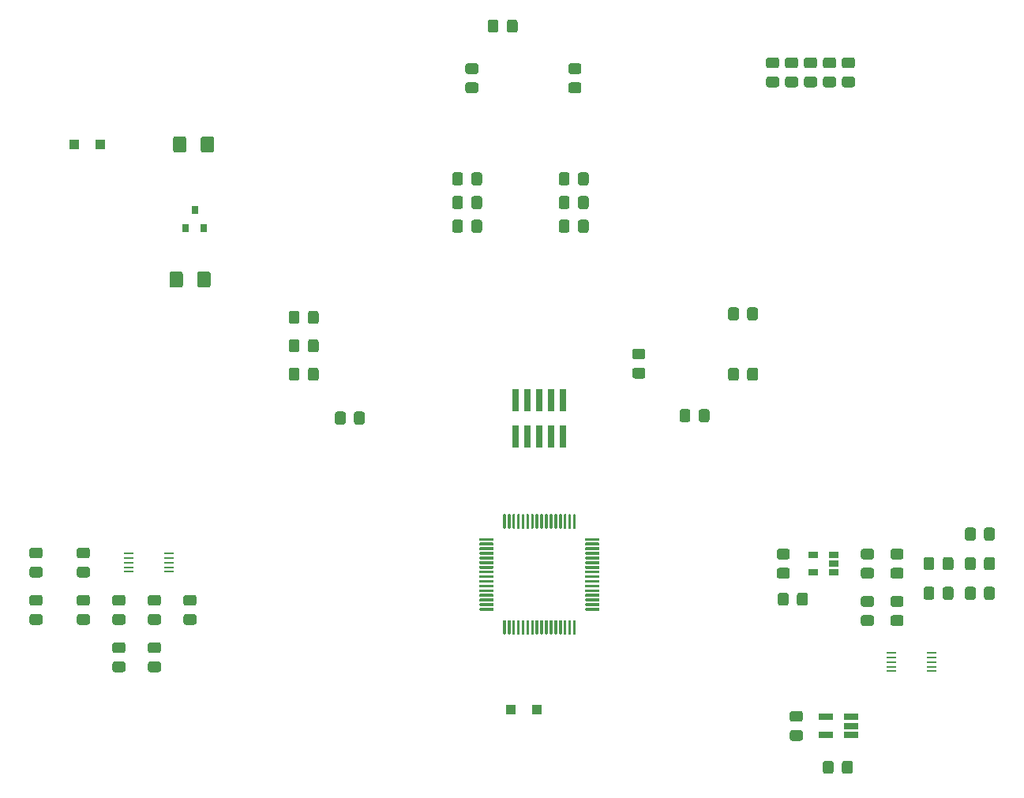
<source format=gbr>
%TF.GenerationSoftware,KiCad,Pcbnew,5.1.6-c6e7f7d~87~ubuntu18.04.1*%
%TF.CreationDate,2020-10-29T02:15:20+00:00*%
%TF.ProjectId,CirrusDspPedal,43697272-7573-4447-9370-506564616c2e,rev?*%
%TF.SameCoordinates,Original*%
%TF.FileFunction,Paste,Top*%
%TF.FilePolarity,Positive*%
%FSLAX46Y46*%
G04 Gerber Fmt 4.6, Leading zero omitted, Abs format (unit mm)*
G04 Created by KiCad (PCBNEW 5.1.6-c6e7f7d~87~ubuntu18.04.1) date 2020-10-29 02:15:20*
%MOMM*%
%LPD*%
G01*
G04 APERTURE LIST*
%ADD10R,1.100000X1.100000*%
%ADD11R,0.740000X2.400000*%
%ADD12R,1.060000X0.650000*%
%ADD13R,0.800000X0.900000*%
%ADD14R,1.100000X0.250000*%
%ADD15R,1.560000X0.650000*%
G04 APERTURE END LIST*
%TO.C,U7*%
G36*
G01*
X146595000Y-110595000D02*
X146595000Y-109195000D01*
G75*
G02*
X146670000Y-109120000I75000J0D01*
G01*
X146820000Y-109120000D01*
G75*
G02*
X146895000Y-109195000I0J-75000D01*
G01*
X146895000Y-110595000D01*
G75*
G02*
X146820000Y-110670000I-75000J0D01*
G01*
X146670000Y-110670000D01*
G75*
G02*
X146595000Y-110595000I0J75000D01*
G01*
G37*
G36*
G01*
X147095000Y-110595000D02*
X147095000Y-109195000D01*
G75*
G02*
X147170000Y-109120000I75000J0D01*
G01*
X147320000Y-109120000D01*
G75*
G02*
X147395000Y-109195000I0J-75000D01*
G01*
X147395000Y-110595000D01*
G75*
G02*
X147320000Y-110670000I-75000J0D01*
G01*
X147170000Y-110670000D01*
G75*
G02*
X147095000Y-110595000I0J75000D01*
G01*
G37*
G36*
G01*
X147595000Y-110595000D02*
X147595000Y-109195000D01*
G75*
G02*
X147670000Y-109120000I75000J0D01*
G01*
X147820000Y-109120000D01*
G75*
G02*
X147895000Y-109195000I0J-75000D01*
G01*
X147895000Y-110595000D01*
G75*
G02*
X147820000Y-110670000I-75000J0D01*
G01*
X147670000Y-110670000D01*
G75*
G02*
X147595000Y-110595000I0J75000D01*
G01*
G37*
G36*
G01*
X148095000Y-110595000D02*
X148095000Y-109195000D01*
G75*
G02*
X148170000Y-109120000I75000J0D01*
G01*
X148320000Y-109120000D01*
G75*
G02*
X148395000Y-109195000I0J-75000D01*
G01*
X148395000Y-110595000D01*
G75*
G02*
X148320000Y-110670000I-75000J0D01*
G01*
X148170000Y-110670000D01*
G75*
G02*
X148095000Y-110595000I0J75000D01*
G01*
G37*
G36*
G01*
X148595000Y-110595000D02*
X148595000Y-109195000D01*
G75*
G02*
X148670000Y-109120000I75000J0D01*
G01*
X148820000Y-109120000D01*
G75*
G02*
X148895000Y-109195000I0J-75000D01*
G01*
X148895000Y-110595000D01*
G75*
G02*
X148820000Y-110670000I-75000J0D01*
G01*
X148670000Y-110670000D01*
G75*
G02*
X148595000Y-110595000I0J75000D01*
G01*
G37*
G36*
G01*
X149095000Y-110595000D02*
X149095000Y-109195000D01*
G75*
G02*
X149170000Y-109120000I75000J0D01*
G01*
X149320000Y-109120000D01*
G75*
G02*
X149395000Y-109195000I0J-75000D01*
G01*
X149395000Y-110595000D01*
G75*
G02*
X149320000Y-110670000I-75000J0D01*
G01*
X149170000Y-110670000D01*
G75*
G02*
X149095000Y-110595000I0J75000D01*
G01*
G37*
G36*
G01*
X149595000Y-110595000D02*
X149595000Y-109195000D01*
G75*
G02*
X149670000Y-109120000I75000J0D01*
G01*
X149820000Y-109120000D01*
G75*
G02*
X149895000Y-109195000I0J-75000D01*
G01*
X149895000Y-110595000D01*
G75*
G02*
X149820000Y-110670000I-75000J0D01*
G01*
X149670000Y-110670000D01*
G75*
G02*
X149595000Y-110595000I0J75000D01*
G01*
G37*
G36*
G01*
X150095000Y-110595000D02*
X150095000Y-109195000D01*
G75*
G02*
X150170000Y-109120000I75000J0D01*
G01*
X150320000Y-109120000D01*
G75*
G02*
X150395000Y-109195000I0J-75000D01*
G01*
X150395000Y-110595000D01*
G75*
G02*
X150320000Y-110670000I-75000J0D01*
G01*
X150170000Y-110670000D01*
G75*
G02*
X150095000Y-110595000I0J75000D01*
G01*
G37*
G36*
G01*
X150595000Y-110595000D02*
X150595000Y-109195000D01*
G75*
G02*
X150670000Y-109120000I75000J0D01*
G01*
X150820000Y-109120000D01*
G75*
G02*
X150895000Y-109195000I0J-75000D01*
G01*
X150895000Y-110595000D01*
G75*
G02*
X150820000Y-110670000I-75000J0D01*
G01*
X150670000Y-110670000D01*
G75*
G02*
X150595000Y-110595000I0J75000D01*
G01*
G37*
G36*
G01*
X151095000Y-110595000D02*
X151095000Y-109195000D01*
G75*
G02*
X151170000Y-109120000I75000J0D01*
G01*
X151320000Y-109120000D01*
G75*
G02*
X151395000Y-109195000I0J-75000D01*
G01*
X151395000Y-110595000D01*
G75*
G02*
X151320000Y-110670000I-75000J0D01*
G01*
X151170000Y-110670000D01*
G75*
G02*
X151095000Y-110595000I0J75000D01*
G01*
G37*
G36*
G01*
X151595000Y-110595000D02*
X151595000Y-109195000D01*
G75*
G02*
X151670000Y-109120000I75000J0D01*
G01*
X151820000Y-109120000D01*
G75*
G02*
X151895000Y-109195000I0J-75000D01*
G01*
X151895000Y-110595000D01*
G75*
G02*
X151820000Y-110670000I-75000J0D01*
G01*
X151670000Y-110670000D01*
G75*
G02*
X151595000Y-110595000I0J75000D01*
G01*
G37*
G36*
G01*
X152095000Y-110595000D02*
X152095000Y-109195000D01*
G75*
G02*
X152170000Y-109120000I75000J0D01*
G01*
X152320000Y-109120000D01*
G75*
G02*
X152395000Y-109195000I0J-75000D01*
G01*
X152395000Y-110595000D01*
G75*
G02*
X152320000Y-110670000I-75000J0D01*
G01*
X152170000Y-110670000D01*
G75*
G02*
X152095000Y-110595000I0J75000D01*
G01*
G37*
G36*
G01*
X152595000Y-110595000D02*
X152595000Y-109195000D01*
G75*
G02*
X152670000Y-109120000I75000J0D01*
G01*
X152820000Y-109120000D01*
G75*
G02*
X152895000Y-109195000I0J-75000D01*
G01*
X152895000Y-110595000D01*
G75*
G02*
X152820000Y-110670000I-75000J0D01*
G01*
X152670000Y-110670000D01*
G75*
G02*
X152595000Y-110595000I0J75000D01*
G01*
G37*
G36*
G01*
X153095000Y-110595000D02*
X153095000Y-109195000D01*
G75*
G02*
X153170000Y-109120000I75000J0D01*
G01*
X153320000Y-109120000D01*
G75*
G02*
X153395000Y-109195000I0J-75000D01*
G01*
X153395000Y-110595000D01*
G75*
G02*
X153320000Y-110670000I-75000J0D01*
G01*
X153170000Y-110670000D01*
G75*
G02*
X153095000Y-110595000I0J75000D01*
G01*
G37*
G36*
G01*
X153595000Y-110595000D02*
X153595000Y-109195000D01*
G75*
G02*
X153670000Y-109120000I75000J0D01*
G01*
X153820000Y-109120000D01*
G75*
G02*
X153895000Y-109195000I0J-75000D01*
G01*
X153895000Y-110595000D01*
G75*
G02*
X153820000Y-110670000I-75000J0D01*
G01*
X153670000Y-110670000D01*
G75*
G02*
X153595000Y-110595000I0J75000D01*
G01*
G37*
G36*
G01*
X154095000Y-110595000D02*
X154095000Y-109195000D01*
G75*
G02*
X154170000Y-109120000I75000J0D01*
G01*
X154320000Y-109120000D01*
G75*
G02*
X154395000Y-109195000I0J-75000D01*
G01*
X154395000Y-110595000D01*
G75*
G02*
X154320000Y-110670000I-75000J0D01*
G01*
X154170000Y-110670000D01*
G75*
G02*
X154095000Y-110595000I0J75000D01*
G01*
G37*
G36*
G01*
X155395000Y-111895000D02*
X155395000Y-111745000D01*
G75*
G02*
X155470000Y-111670000I75000J0D01*
G01*
X156870000Y-111670000D01*
G75*
G02*
X156945000Y-111745000I0J-75000D01*
G01*
X156945000Y-111895000D01*
G75*
G02*
X156870000Y-111970000I-75000J0D01*
G01*
X155470000Y-111970000D01*
G75*
G02*
X155395000Y-111895000I0J75000D01*
G01*
G37*
G36*
G01*
X155395000Y-112395000D02*
X155395000Y-112245000D01*
G75*
G02*
X155470000Y-112170000I75000J0D01*
G01*
X156870000Y-112170000D01*
G75*
G02*
X156945000Y-112245000I0J-75000D01*
G01*
X156945000Y-112395000D01*
G75*
G02*
X156870000Y-112470000I-75000J0D01*
G01*
X155470000Y-112470000D01*
G75*
G02*
X155395000Y-112395000I0J75000D01*
G01*
G37*
G36*
G01*
X155395000Y-112895000D02*
X155395000Y-112745000D01*
G75*
G02*
X155470000Y-112670000I75000J0D01*
G01*
X156870000Y-112670000D01*
G75*
G02*
X156945000Y-112745000I0J-75000D01*
G01*
X156945000Y-112895000D01*
G75*
G02*
X156870000Y-112970000I-75000J0D01*
G01*
X155470000Y-112970000D01*
G75*
G02*
X155395000Y-112895000I0J75000D01*
G01*
G37*
G36*
G01*
X155395000Y-113395000D02*
X155395000Y-113245000D01*
G75*
G02*
X155470000Y-113170000I75000J0D01*
G01*
X156870000Y-113170000D01*
G75*
G02*
X156945000Y-113245000I0J-75000D01*
G01*
X156945000Y-113395000D01*
G75*
G02*
X156870000Y-113470000I-75000J0D01*
G01*
X155470000Y-113470000D01*
G75*
G02*
X155395000Y-113395000I0J75000D01*
G01*
G37*
G36*
G01*
X155395000Y-113895000D02*
X155395000Y-113745000D01*
G75*
G02*
X155470000Y-113670000I75000J0D01*
G01*
X156870000Y-113670000D01*
G75*
G02*
X156945000Y-113745000I0J-75000D01*
G01*
X156945000Y-113895000D01*
G75*
G02*
X156870000Y-113970000I-75000J0D01*
G01*
X155470000Y-113970000D01*
G75*
G02*
X155395000Y-113895000I0J75000D01*
G01*
G37*
G36*
G01*
X155395000Y-114395000D02*
X155395000Y-114245000D01*
G75*
G02*
X155470000Y-114170000I75000J0D01*
G01*
X156870000Y-114170000D01*
G75*
G02*
X156945000Y-114245000I0J-75000D01*
G01*
X156945000Y-114395000D01*
G75*
G02*
X156870000Y-114470000I-75000J0D01*
G01*
X155470000Y-114470000D01*
G75*
G02*
X155395000Y-114395000I0J75000D01*
G01*
G37*
G36*
G01*
X155395000Y-114895000D02*
X155395000Y-114745000D01*
G75*
G02*
X155470000Y-114670000I75000J0D01*
G01*
X156870000Y-114670000D01*
G75*
G02*
X156945000Y-114745000I0J-75000D01*
G01*
X156945000Y-114895000D01*
G75*
G02*
X156870000Y-114970000I-75000J0D01*
G01*
X155470000Y-114970000D01*
G75*
G02*
X155395000Y-114895000I0J75000D01*
G01*
G37*
G36*
G01*
X155395000Y-115395000D02*
X155395000Y-115245000D01*
G75*
G02*
X155470000Y-115170000I75000J0D01*
G01*
X156870000Y-115170000D01*
G75*
G02*
X156945000Y-115245000I0J-75000D01*
G01*
X156945000Y-115395000D01*
G75*
G02*
X156870000Y-115470000I-75000J0D01*
G01*
X155470000Y-115470000D01*
G75*
G02*
X155395000Y-115395000I0J75000D01*
G01*
G37*
G36*
G01*
X155395000Y-115895000D02*
X155395000Y-115745000D01*
G75*
G02*
X155470000Y-115670000I75000J0D01*
G01*
X156870000Y-115670000D01*
G75*
G02*
X156945000Y-115745000I0J-75000D01*
G01*
X156945000Y-115895000D01*
G75*
G02*
X156870000Y-115970000I-75000J0D01*
G01*
X155470000Y-115970000D01*
G75*
G02*
X155395000Y-115895000I0J75000D01*
G01*
G37*
G36*
G01*
X155395000Y-116395000D02*
X155395000Y-116245000D01*
G75*
G02*
X155470000Y-116170000I75000J0D01*
G01*
X156870000Y-116170000D01*
G75*
G02*
X156945000Y-116245000I0J-75000D01*
G01*
X156945000Y-116395000D01*
G75*
G02*
X156870000Y-116470000I-75000J0D01*
G01*
X155470000Y-116470000D01*
G75*
G02*
X155395000Y-116395000I0J75000D01*
G01*
G37*
G36*
G01*
X155395000Y-116895000D02*
X155395000Y-116745000D01*
G75*
G02*
X155470000Y-116670000I75000J0D01*
G01*
X156870000Y-116670000D01*
G75*
G02*
X156945000Y-116745000I0J-75000D01*
G01*
X156945000Y-116895000D01*
G75*
G02*
X156870000Y-116970000I-75000J0D01*
G01*
X155470000Y-116970000D01*
G75*
G02*
X155395000Y-116895000I0J75000D01*
G01*
G37*
G36*
G01*
X155395000Y-117395000D02*
X155395000Y-117245000D01*
G75*
G02*
X155470000Y-117170000I75000J0D01*
G01*
X156870000Y-117170000D01*
G75*
G02*
X156945000Y-117245000I0J-75000D01*
G01*
X156945000Y-117395000D01*
G75*
G02*
X156870000Y-117470000I-75000J0D01*
G01*
X155470000Y-117470000D01*
G75*
G02*
X155395000Y-117395000I0J75000D01*
G01*
G37*
G36*
G01*
X155395000Y-117895000D02*
X155395000Y-117745000D01*
G75*
G02*
X155470000Y-117670000I75000J0D01*
G01*
X156870000Y-117670000D01*
G75*
G02*
X156945000Y-117745000I0J-75000D01*
G01*
X156945000Y-117895000D01*
G75*
G02*
X156870000Y-117970000I-75000J0D01*
G01*
X155470000Y-117970000D01*
G75*
G02*
X155395000Y-117895000I0J75000D01*
G01*
G37*
G36*
G01*
X155395000Y-118395000D02*
X155395000Y-118245000D01*
G75*
G02*
X155470000Y-118170000I75000J0D01*
G01*
X156870000Y-118170000D01*
G75*
G02*
X156945000Y-118245000I0J-75000D01*
G01*
X156945000Y-118395000D01*
G75*
G02*
X156870000Y-118470000I-75000J0D01*
G01*
X155470000Y-118470000D01*
G75*
G02*
X155395000Y-118395000I0J75000D01*
G01*
G37*
G36*
G01*
X155395000Y-118895000D02*
X155395000Y-118745000D01*
G75*
G02*
X155470000Y-118670000I75000J0D01*
G01*
X156870000Y-118670000D01*
G75*
G02*
X156945000Y-118745000I0J-75000D01*
G01*
X156945000Y-118895000D01*
G75*
G02*
X156870000Y-118970000I-75000J0D01*
G01*
X155470000Y-118970000D01*
G75*
G02*
X155395000Y-118895000I0J75000D01*
G01*
G37*
G36*
G01*
X155395000Y-119395000D02*
X155395000Y-119245000D01*
G75*
G02*
X155470000Y-119170000I75000J0D01*
G01*
X156870000Y-119170000D01*
G75*
G02*
X156945000Y-119245000I0J-75000D01*
G01*
X156945000Y-119395000D01*
G75*
G02*
X156870000Y-119470000I-75000J0D01*
G01*
X155470000Y-119470000D01*
G75*
G02*
X155395000Y-119395000I0J75000D01*
G01*
G37*
G36*
G01*
X154095000Y-121945000D02*
X154095000Y-120545000D01*
G75*
G02*
X154170000Y-120470000I75000J0D01*
G01*
X154320000Y-120470000D01*
G75*
G02*
X154395000Y-120545000I0J-75000D01*
G01*
X154395000Y-121945000D01*
G75*
G02*
X154320000Y-122020000I-75000J0D01*
G01*
X154170000Y-122020000D01*
G75*
G02*
X154095000Y-121945000I0J75000D01*
G01*
G37*
G36*
G01*
X153595000Y-121945000D02*
X153595000Y-120545000D01*
G75*
G02*
X153670000Y-120470000I75000J0D01*
G01*
X153820000Y-120470000D01*
G75*
G02*
X153895000Y-120545000I0J-75000D01*
G01*
X153895000Y-121945000D01*
G75*
G02*
X153820000Y-122020000I-75000J0D01*
G01*
X153670000Y-122020000D01*
G75*
G02*
X153595000Y-121945000I0J75000D01*
G01*
G37*
G36*
G01*
X153095000Y-121945000D02*
X153095000Y-120545000D01*
G75*
G02*
X153170000Y-120470000I75000J0D01*
G01*
X153320000Y-120470000D01*
G75*
G02*
X153395000Y-120545000I0J-75000D01*
G01*
X153395000Y-121945000D01*
G75*
G02*
X153320000Y-122020000I-75000J0D01*
G01*
X153170000Y-122020000D01*
G75*
G02*
X153095000Y-121945000I0J75000D01*
G01*
G37*
G36*
G01*
X152595000Y-121945000D02*
X152595000Y-120545000D01*
G75*
G02*
X152670000Y-120470000I75000J0D01*
G01*
X152820000Y-120470000D01*
G75*
G02*
X152895000Y-120545000I0J-75000D01*
G01*
X152895000Y-121945000D01*
G75*
G02*
X152820000Y-122020000I-75000J0D01*
G01*
X152670000Y-122020000D01*
G75*
G02*
X152595000Y-121945000I0J75000D01*
G01*
G37*
G36*
G01*
X152095000Y-121945000D02*
X152095000Y-120545000D01*
G75*
G02*
X152170000Y-120470000I75000J0D01*
G01*
X152320000Y-120470000D01*
G75*
G02*
X152395000Y-120545000I0J-75000D01*
G01*
X152395000Y-121945000D01*
G75*
G02*
X152320000Y-122020000I-75000J0D01*
G01*
X152170000Y-122020000D01*
G75*
G02*
X152095000Y-121945000I0J75000D01*
G01*
G37*
G36*
G01*
X151595000Y-121945000D02*
X151595000Y-120545000D01*
G75*
G02*
X151670000Y-120470000I75000J0D01*
G01*
X151820000Y-120470000D01*
G75*
G02*
X151895000Y-120545000I0J-75000D01*
G01*
X151895000Y-121945000D01*
G75*
G02*
X151820000Y-122020000I-75000J0D01*
G01*
X151670000Y-122020000D01*
G75*
G02*
X151595000Y-121945000I0J75000D01*
G01*
G37*
G36*
G01*
X151095000Y-121945000D02*
X151095000Y-120545000D01*
G75*
G02*
X151170000Y-120470000I75000J0D01*
G01*
X151320000Y-120470000D01*
G75*
G02*
X151395000Y-120545000I0J-75000D01*
G01*
X151395000Y-121945000D01*
G75*
G02*
X151320000Y-122020000I-75000J0D01*
G01*
X151170000Y-122020000D01*
G75*
G02*
X151095000Y-121945000I0J75000D01*
G01*
G37*
G36*
G01*
X150595000Y-121945000D02*
X150595000Y-120545000D01*
G75*
G02*
X150670000Y-120470000I75000J0D01*
G01*
X150820000Y-120470000D01*
G75*
G02*
X150895000Y-120545000I0J-75000D01*
G01*
X150895000Y-121945000D01*
G75*
G02*
X150820000Y-122020000I-75000J0D01*
G01*
X150670000Y-122020000D01*
G75*
G02*
X150595000Y-121945000I0J75000D01*
G01*
G37*
G36*
G01*
X150095000Y-121945000D02*
X150095000Y-120545000D01*
G75*
G02*
X150170000Y-120470000I75000J0D01*
G01*
X150320000Y-120470000D01*
G75*
G02*
X150395000Y-120545000I0J-75000D01*
G01*
X150395000Y-121945000D01*
G75*
G02*
X150320000Y-122020000I-75000J0D01*
G01*
X150170000Y-122020000D01*
G75*
G02*
X150095000Y-121945000I0J75000D01*
G01*
G37*
G36*
G01*
X149595000Y-121945000D02*
X149595000Y-120545000D01*
G75*
G02*
X149670000Y-120470000I75000J0D01*
G01*
X149820000Y-120470000D01*
G75*
G02*
X149895000Y-120545000I0J-75000D01*
G01*
X149895000Y-121945000D01*
G75*
G02*
X149820000Y-122020000I-75000J0D01*
G01*
X149670000Y-122020000D01*
G75*
G02*
X149595000Y-121945000I0J75000D01*
G01*
G37*
G36*
G01*
X149095000Y-121945000D02*
X149095000Y-120545000D01*
G75*
G02*
X149170000Y-120470000I75000J0D01*
G01*
X149320000Y-120470000D01*
G75*
G02*
X149395000Y-120545000I0J-75000D01*
G01*
X149395000Y-121945000D01*
G75*
G02*
X149320000Y-122020000I-75000J0D01*
G01*
X149170000Y-122020000D01*
G75*
G02*
X149095000Y-121945000I0J75000D01*
G01*
G37*
G36*
G01*
X148595000Y-121945000D02*
X148595000Y-120545000D01*
G75*
G02*
X148670000Y-120470000I75000J0D01*
G01*
X148820000Y-120470000D01*
G75*
G02*
X148895000Y-120545000I0J-75000D01*
G01*
X148895000Y-121945000D01*
G75*
G02*
X148820000Y-122020000I-75000J0D01*
G01*
X148670000Y-122020000D01*
G75*
G02*
X148595000Y-121945000I0J75000D01*
G01*
G37*
G36*
G01*
X148095000Y-121945000D02*
X148095000Y-120545000D01*
G75*
G02*
X148170000Y-120470000I75000J0D01*
G01*
X148320000Y-120470000D01*
G75*
G02*
X148395000Y-120545000I0J-75000D01*
G01*
X148395000Y-121945000D01*
G75*
G02*
X148320000Y-122020000I-75000J0D01*
G01*
X148170000Y-122020000D01*
G75*
G02*
X148095000Y-121945000I0J75000D01*
G01*
G37*
G36*
G01*
X147595000Y-121945000D02*
X147595000Y-120545000D01*
G75*
G02*
X147670000Y-120470000I75000J0D01*
G01*
X147820000Y-120470000D01*
G75*
G02*
X147895000Y-120545000I0J-75000D01*
G01*
X147895000Y-121945000D01*
G75*
G02*
X147820000Y-122020000I-75000J0D01*
G01*
X147670000Y-122020000D01*
G75*
G02*
X147595000Y-121945000I0J75000D01*
G01*
G37*
G36*
G01*
X147095000Y-121945000D02*
X147095000Y-120545000D01*
G75*
G02*
X147170000Y-120470000I75000J0D01*
G01*
X147320000Y-120470000D01*
G75*
G02*
X147395000Y-120545000I0J-75000D01*
G01*
X147395000Y-121945000D01*
G75*
G02*
X147320000Y-122020000I-75000J0D01*
G01*
X147170000Y-122020000D01*
G75*
G02*
X147095000Y-121945000I0J75000D01*
G01*
G37*
G36*
G01*
X146595000Y-121945000D02*
X146595000Y-120545000D01*
G75*
G02*
X146670000Y-120470000I75000J0D01*
G01*
X146820000Y-120470000D01*
G75*
G02*
X146895000Y-120545000I0J-75000D01*
G01*
X146895000Y-121945000D01*
G75*
G02*
X146820000Y-122020000I-75000J0D01*
G01*
X146670000Y-122020000D01*
G75*
G02*
X146595000Y-121945000I0J75000D01*
G01*
G37*
G36*
G01*
X144045000Y-119395000D02*
X144045000Y-119245000D01*
G75*
G02*
X144120000Y-119170000I75000J0D01*
G01*
X145520000Y-119170000D01*
G75*
G02*
X145595000Y-119245000I0J-75000D01*
G01*
X145595000Y-119395000D01*
G75*
G02*
X145520000Y-119470000I-75000J0D01*
G01*
X144120000Y-119470000D01*
G75*
G02*
X144045000Y-119395000I0J75000D01*
G01*
G37*
G36*
G01*
X144045000Y-118895000D02*
X144045000Y-118745000D01*
G75*
G02*
X144120000Y-118670000I75000J0D01*
G01*
X145520000Y-118670000D01*
G75*
G02*
X145595000Y-118745000I0J-75000D01*
G01*
X145595000Y-118895000D01*
G75*
G02*
X145520000Y-118970000I-75000J0D01*
G01*
X144120000Y-118970000D01*
G75*
G02*
X144045000Y-118895000I0J75000D01*
G01*
G37*
G36*
G01*
X144045000Y-118395000D02*
X144045000Y-118245000D01*
G75*
G02*
X144120000Y-118170000I75000J0D01*
G01*
X145520000Y-118170000D01*
G75*
G02*
X145595000Y-118245000I0J-75000D01*
G01*
X145595000Y-118395000D01*
G75*
G02*
X145520000Y-118470000I-75000J0D01*
G01*
X144120000Y-118470000D01*
G75*
G02*
X144045000Y-118395000I0J75000D01*
G01*
G37*
G36*
G01*
X144045000Y-117895000D02*
X144045000Y-117745000D01*
G75*
G02*
X144120000Y-117670000I75000J0D01*
G01*
X145520000Y-117670000D01*
G75*
G02*
X145595000Y-117745000I0J-75000D01*
G01*
X145595000Y-117895000D01*
G75*
G02*
X145520000Y-117970000I-75000J0D01*
G01*
X144120000Y-117970000D01*
G75*
G02*
X144045000Y-117895000I0J75000D01*
G01*
G37*
G36*
G01*
X144045000Y-117395000D02*
X144045000Y-117245000D01*
G75*
G02*
X144120000Y-117170000I75000J0D01*
G01*
X145520000Y-117170000D01*
G75*
G02*
X145595000Y-117245000I0J-75000D01*
G01*
X145595000Y-117395000D01*
G75*
G02*
X145520000Y-117470000I-75000J0D01*
G01*
X144120000Y-117470000D01*
G75*
G02*
X144045000Y-117395000I0J75000D01*
G01*
G37*
G36*
G01*
X144045000Y-116895000D02*
X144045000Y-116745000D01*
G75*
G02*
X144120000Y-116670000I75000J0D01*
G01*
X145520000Y-116670000D01*
G75*
G02*
X145595000Y-116745000I0J-75000D01*
G01*
X145595000Y-116895000D01*
G75*
G02*
X145520000Y-116970000I-75000J0D01*
G01*
X144120000Y-116970000D01*
G75*
G02*
X144045000Y-116895000I0J75000D01*
G01*
G37*
G36*
G01*
X144045000Y-116395000D02*
X144045000Y-116245000D01*
G75*
G02*
X144120000Y-116170000I75000J0D01*
G01*
X145520000Y-116170000D01*
G75*
G02*
X145595000Y-116245000I0J-75000D01*
G01*
X145595000Y-116395000D01*
G75*
G02*
X145520000Y-116470000I-75000J0D01*
G01*
X144120000Y-116470000D01*
G75*
G02*
X144045000Y-116395000I0J75000D01*
G01*
G37*
G36*
G01*
X144045000Y-115895000D02*
X144045000Y-115745000D01*
G75*
G02*
X144120000Y-115670000I75000J0D01*
G01*
X145520000Y-115670000D01*
G75*
G02*
X145595000Y-115745000I0J-75000D01*
G01*
X145595000Y-115895000D01*
G75*
G02*
X145520000Y-115970000I-75000J0D01*
G01*
X144120000Y-115970000D01*
G75*
G02*
X144045000Y-115895000I0J75000D01*
G01*
G37*
G36*
G01*
X144045000Y-115395000D02*
X144045000Y-115245000D01*
G75*
G02*
X144120000Y-115170000I75000J0D01*
G01*
X145520000Y-115170000D01*
G75*
G02*
X145595000Y-115245000I0J-75000D01*
G01*
X145595000Y-115395000D01*
G75*
G02*
X145520000Y-115470000I-75000J0D01*
G01*
X144120000Y-115470000D01*
G75*
G02*
X144045000Y-115395000I0J75000D01*
G01*
G37*
G36*
G01*
X144045000Y-114895000D02*
X144045000Y-114745000D01*
G75*
G02*
X144120000Y-114670000I75000J0D01*
G01*
X145520000Y-114670000D01*
G75*
G02*
X145595000Y-114745000I0J-75000D01*
G01*
X145595000Y-114895000D01*
G75*
G02*
X145520000Y-114970000I-75000J0D01*
G01*
X144120000Y-114970000D01*
G75*
G02*
X144045000Y-114895000I0J75000D01*
G01*
G37*
G36*
G01*
X144045000Y-114395000D02*
X144045000Y-114245000D01*
G75*
G02*
X144120000Y-114170000I75000J0D01*
G01*
X145520000Y-114170000D01*
G75*
G02*
X145595000Y-114245000I0J-75000D01*
G01*
X145595000Y-114395000D01*
G75*
G02*
X145520000Y-114470000I-75000J0D01*
G01*
X144120000Y-114470000D01*
G75*
G02*
X144045000Y-114395000I0J75000D01*
G01*
G37*
G36*
G01*
X144045000Y-113895000D02*
X144045000Y-113745000D01*
G75*
G02*
X144120000Y-113670000I75000J0D01*
G01*
X145520000Y-113670000D01*
G75*
G02*
X145595000Y-113745000I0J-75000D01*
G01*
X145595000Y-113895000D01*
G75*
G02*
X145520000Y-113970000I-75000J0D01*
G01*
X144120000Y-113970000D01*
G75*
G02*
X144045000Y-113895000I0J75000D01*
G01*
G37*
G36*
G01*
X144045000Y-113395000D02*
X144045000Y-113245000D01*
G75*
G02*
X144120000Y-113170000I75000J0D01*
G01*
X145520000Y-113170000D01*
G75*
G02*
X145595000Y-113245000I0J-75000D01*
G01*
X145595000Y-113395000D01*
G75*
G02*
X145520000Y-113470000I-75000J0D01*
G01*
X144120000Y-113470000D01*
G75*
G02*
X144045000Y-113395000I0J75000D01*
G01*
G37*
G36*
G01*
X144045000Y-112895000D02*
X144045000Y-112745000D01*
G75*
G02*
X144120000Y-112670000I75000J0D01*
G01*
X145520000Y-112670000D01*
G75*
G02*
X145595000Y-112745000I0J-75000D01*
G01*
X145595000Y-112895000D01*
G75*
G02*
X145520000Y-112970000I-75000J0D01*
G01*
X144120000Y-112970000D01*
G75*
G02*
X144045000Y-112895000I0J75000D01*
G01*
G37*
G36*
G01*
X144045000Y-112395000D02*
X144045000Y-112245000D01*
G75*
G02*
X144120000Y-112170000I75000J0D01*
G01*
X145520000Y-112170000D01*
G75*
G02*
X145595000Y-112245000I0J-75000D01*
G01*
X145595000Y-112395000D01*
G75*
G02*
X145520000Y-112470000I-75000J0D01*
G01*
X144120000Y-112470000D01*
G75*
G02*
X144045000Y-112395000I0J75000D01*
G01*
G37*
G36*
G01*
X144045000Y-111895000D02*
X144045000Y-111745000D01*
G75*
G02*
X144120000Y-111670000I75000J0D01*
G01*
X145520000Y-111670000D01*
G75*
G02*
X145595000Y-111745000I0J-75000D01*
G01*
X145595000Y-111895000D01*
G75*
G02*
X145520000Y-111970000I-75000J0D01*
G01*
X144120000Y-111970000D01*
G75*
G02*
X144045000Y-111895000I0J75000D01*
G01*
G37*
%TD*%
D10*
%TO.C,D2*%
X150244000Y-130048000D03*
X147444000Y-130048000D03*
%TD*%
D11*
%TO.C,J3*%
X147955000Y-100756000D03*
X147955000Y-96856000D03*
X149225000Y-100756000D03*
X149225000Y-96856000D03*
X150495000Y-100756000D03*
X150495000Y-96856000D03*
X151765000Y-100756000D03*
X151765000Y-96856000D03*
X153035000Y-100756000D03*
X153035000Y-96856000D03*
%TD*%
D12*
%TO.C,U6*%
X179875000Y-115377000D03*
X179875000Y-113477000D03*
X182075000Y-113477000D03*
X182075000Y-114427000D03*
X182075000Y-115377000D03*
%TD*%
D13*
%TO.C,U5*%
X113538000Y-76470000D03*
X114488000Y-78470000D03*
X112588000Y-78470000D03*
%TD*%
D14*
%TO.C,U3*%
X106435000Y-115300000D03*
X106435000Y-114800000D03*
X106435000Y-114300000D03*
X106435000Y-113800000D03*
X106435000Y-113300000D03*
X110735000Y-113300000D03*
X110735000Y-113800000D03*
X110735000Y-114300000D03*
X110735000Y-114800000D03*
X110735000Y-115300000D03*
%TD*%
D15*
%TO.C,U2*%
X181254000Y-132776000D03*
X181254000Y-130876000D03*
X183954000Y-130876000D03*
X183954000Y-131826000D03*
X183954000Y-132776000D03*
%TD*%
D14*
%TO.C,U1*%
X192523000Y-123968000D03*
X192523000Y-124468000D03*
X192523000Y-124968000D03*
X192523000Y-125468000D03*
X192523000Y-125968000D03*
X188223000Y-125968000D03*
X188223000Y-125468000D03*
X188223000Y-124968000D03*
X188223000Y-124468000D03*
X188223000Y-123968000D03*
%TD*%
%TO.C,R28*%
G36*
G01*
X183191999Y-62172000D02*
X184092001Y-62172000D01*
G75*
G02*
X184342000Y-62421999I0J-249999D01*
G01*
X184342000Y-63072001D01*
G75*
G02*
X184092001Y-63322000I-249999J0D01*
G01*
X183191999Y-63322000D01*
G75*
G02*
X182942000Y-63072001I0J249999D01*
G01*
X182942000Y-62421999D01*
G75*
G02*
X183191999Y-62172000I249999J0D01*
G01*
G37*
G36*
G01*
X183191999Y-60122000D02*
X184092001Y-60122000D01*
G75*
G02*
X184342000Y-60371999I0J-249999D01*
G01*
X184342000Y-61022001D01*
G75*
G02*
X184092001Y-61272000I-249999J0D01*
G01*
X183191999Y-61272000D01*
G75*
G02*
X182942000Y-61022001I0J249999D01*
G01*
X182942000Y-60371999D01*
G75*
G02*
X183191999Y-60122000I249999J0D01*
G01*
G37*
%TD*%
%TO.C,R27*%
G36*
G01*
X181159999Y-62181000D02*
X182060001Y-62181000D01*
G75*
G02*
X182310000Y-62430999I0J-249999D01*
G01*
X182310000Y-63081001D01*
G75*
G02*
X182060001Y-63331000I-249999J0D01*
G01*
X181159999Y-63331000D01*
G75*
G02*
X180910000Y-63081001I0J249999D01*
G01*
X180910000Y-62430999D01*
G75*
G02*
X181159999Y-62181000I249999J0D01*
G01*
G37*
G36*
G01*
X181159999Y-60131000D02*
X182060001Y-60131000D01*
G75*
G02*
X182310000Y-60380999I0J-249999D01*
G01*
X182310000Y-61031001D01*
G75*
G02*
X182060001Y-61281000I-249999J0D01*
G01*
X181159999Y-61281000D01*
G75*
G02*
X180910000Y-61031001I0J249999D01*
G01*
X180910000Y-60380999D01*
G75*
G02*
X181159999Y-60131000I249999J0D01*
G01*
G37*
%TD*%
%TO.C,R26*%
G36*
G01*
X179127999Y-62172000D02*
X180028001Y-62172000D01*
G75*
G02*
X180278000Y-62421999I0J-249999D01*
G01*
X180278000Y-63072001D01*
G75*
G02*
X180028001Y-63322000I-249999J0D01*
G01*
X179127999Y-63322000D01*
G75*
G02*
X178878000Y-63072001I0J249999D01*
G01*
X178878000Y-62421999D01*
G75*
G02*
X179127999Y-62172000I249999J0D01*
G01*
G37*
G36*
G01*
X179127999Y-60122000D02*
X180028001Y-60122000D01*
G75*
G02*
X180278000Y-60371999I0J-249999D01*
G01*
X180278000Y-61022001D01*
G75*
G02*
X180028001Y-61272000I-249999J0D01*
G01*
X179127999Y-61272000D01*
G75*
G02*
X178878000Y-61022001I0J249999D01*
G01*
X178878000Y-60371999D01*
G75*
G02*
X179127999Y-60122000I249999J0D01*
G01*
G37*
%TD*%
%TO.C,R25*%
G36*
G01*
X177095999Y-62172000D02*
X177996001Y-62172000D01*
G75*
G02*
X178246000Y-62421999I0J-249999D01*
G01*
X178246000Y-63072001D01*
G75*
G02*
X177996001Y-63322000I-249999J0D01*
G01*
X177095999Y-63322000D01*
G75*
G02*
X176846000Y-63072001I0J249999D01*
G01*
X176846000Y-62421999D01*
G75*
G02*
X177095999Y-62172000I249999J0D01*
G01*
G37*
G36*
G01*
X177095999Y-60122000D02*
X177996001Y-60122000D01*
G75*
G02*
X178246000Y-60371999I0J-249999D01*
G01*
X178246000Y-61022001D01*
G75*
G02*
X177996001Y-61272000I-249999J0D01*
G01*
X177095999Y-61272000D01*
G75*
G02*
X176846000Y-61022001I0J249999D01*
G01*
X176846000Y-60371999D01*
G75*
G02*
X177095999Y-60122000I249999J0D01*
G01*
G37*
%TD*%
%TO.C,R24*%
G36*
G01*
X175063999Y-62172000D02*
X175964001Y-62172000D01*
G75*
G02*
X176214000Y-62421999I0J-249999D01*
G01*
X176214000Y-63072001D01*
G75*
G02*
X175964001Y-63322000I-249999J0D01*
G01*
X175063999Y-63322000D01*
G75*
G02*
X174814000Y-63072001I0J249999D01*
G01*
X174814000Y-62421999D01*
G75*
G02*
X175063999Y-62172000I249999J0D01*
G01*
G37*
G36*
G01*
X175063999Y-60122000D02*
X175964001Y-60122000D01*
G75*
G02*
X176214000Y-60371999I0J-249999D01*
G01*
X176214000Y-61022001D01*
G75*
G02*
X175964001Y-61272000I-249999J0D01*
G01*
X175063999Y-61272000D01*
G75*
G02*
X174814000Y-61022001I0J249999D01*
G01*
X174814000Y-60371999D01*
G75*
G02*
X175063999Y-60122000I249999J0D01*
G01*
G37*
%TD*%
%TO.C,R23*%
G36*
G01*
X147008000Y-57219001D02*
X147008000Y-56318999D01*
G75*
G02*
X147257999Y-56069000I249999J0D01*
G01*
X147908001Y-56069000D01*
G75*
G02*
X148158000Y-56318999I0J-249999D01*
G01*
X148158000Y-57219001D01*
G75*
G02*
X147908001Y-57469000I-249999J0D01*
G01*
X147257999Y-57469000D01*
G75*
G02*
X147008000Y-57219001I0J249999D01*
G01*
G37*
G36*
G01*
X144958000Y-57219001D02*
X144958000Y-56318999D01*
G75*
G02*
X145207999Y-56069000I249999J0D01*
G01*
X145858001Y-56069000D01*
G75*
G02*
X146108000Y-56318999I0J-249999D01*
G01*
X146108000Y-57219001D01*
G75*
G02*
X145858001Y-57469000I-249999J0D01*
G01*
X145207999Y-57469000D01*
G75*
G02*
X144958000Y-57219001I0J249999D01*
G01*
G37*
%TD*%
%TO.C,R22*%
G36*
G01*
X160712999Y-93414000D02*
X161613001Y-93414000D01*
G75*
G02*
X161863000Y-93663999I0J-249999D01*
G01*
X161863000Y-94314001D01*
G75*
G02*
X161613001Y-94564000I-249999J0D01*
G01*
X160712999Y-94564000D01*
G75*
G02*
X160463000Y-94314001I0J249999D01*
G01*
X160463000Y-93663999D01*
G75*
G02*
X160712999Y-93414000I249999J0D01*
G01*
G37*
G36*
G01*
X160712999Y-91364000D02*
X161613001Y-91364000D01*
G75*
G02*
X161863000Y-91613999I0J-249999D01*
G01*
X161863000Y-92264001D01*
G75*
G02*
X161613001Y-92514000I-249999J0D01*
G01*
X160712999Y-92514000D01*
G75*
G02*
X160463000Y-92264001I0J249999D01*
G01*
X160463000Y-91613999D01*
G75*
G02*
X160712999Y-91364000I249999J0D01*
G01*
G37*
%TD*%
%TO.C,R21*%
G36*
G01*
X172789000Y-94557001D02*
X172789000Y-93656999D01*
G75*
G02*
X173038999Y-93407000I249999J0D01*
G01*
X173689001Y-93407000D01*
G75*
G02*
X173939000Y-93656999I0J-249999D01*
G01*
X173939000Y-94557001D01*
G75*
G02*
X173689001Y-94807000I-249999J0D01*
G01*
X173038999Y-94807000D01*
G75*
G02*
X172789000Y-94557001I0J249999D01*
G01*
G37*
G36*
G01*
X170739000Y-94557001D02*
X170739000Y-93656999D01*
G75*
G02*
X170988999Y-93407000I249999J0D01*
G01*
X171639001Y-93407000D01*
G75*
G02*
X171889000Y-93656999I0J-249999D01*
G01*
X171889000Y-94557001D01*
G75*
G02*
X171639001Y-94807000I-249999J0D01*
G01*
X170988999Y-94807000D01*
G75*
G02*
X170739000Y-94557001I0J249999D01*
G01*
G37*
%TD*%
%TO.C,R20*%
G36*
G01*
X172789000Y-88080001D02*
X172789000Y-87179999D01*
G75*
G02*
X173038999Y-86930000I249999J0D01*
G01*
X173689001Y-86930000D01*
G75*
G02*
X173939000Y-87179999I0J-249999D01*
G01*
X173939000Y-88080001D01*
G75*
G02*
X173689001Y-88330000I-249999J0D01*
G01*
X173038999Y-88330000D01*
G75*
G02*
X172789000Y-88080001I0J249999D01*
G01*
G37*
G36*
G01*
X170739000Y-88080001D02*
X170739000Y-87179999D01*
G75*
G02*
X170988999Y-86930000I249999J0D01*
G01*
X171639001Y-86930000D01*
G75*
G02*
X171889000Y-87179999I0J-249999D01*
G01*
X171889000Y-88080001D01*
G75*
G02*
X171639001Y-88330000I-249999J0D01*
G01*
X170988999Y-88330000D01*
G75*
G02*
X170739000Y-88080001I0J249999D01*
G01*
G37*
%TD*%
%TO.C,R19*%
G36*
G01*
X124772000Y-87560999D02*
X124772000Y-88461001D01*
G75*
G02*
X124522001Y-88711000I-249999J0D01*
G01*
X123871999Y-88711000D01*
G75*
G02*
X123622000Y-88461001I0J249999D01*
G01*
X123622000Y-87560999D01*
G75*
G02*
X123871999Y-87311000I249999J0D01*
G01*
X124522001Y-87311000D01*
G75*
G02*
X124772000Y-87560999I0J-249999D01*
G01*
G37*
G36*
G01*
X126822000Y-87560999D02*
X126822000Y-88461001D01*
G75*
G02*
X126572001Y-88711000I-249999J0D01*
G01*
X125921999Y-88711000D01*
G75*
G02*
X125672000Y-88461001I0J249999D01*
G01*
X125672000Y-87560999D01*
G75*
G02*
X125921999Y-87311000I249999J0D01*
G01*
X126572001Y-87311000D01*
G75*
G02*
X126822000Y-87560999I0J-249999D01*
G01*
G37*
%TD*%
%TO.C,R18*%
G36*
G01*
X124772000Y-90608999D02*
X124772000Y-91509001D01*
G75*
G02*
X124522001Y-91759000I-249999J0D01*
G01*
X123871999Y-91759000D01*
G75*
G02*
X123622000Y-91509001I0J249999D01*
G01*
X123622000Y-90608999D01*
G75*
G02*
X123871999Y-90359000I249999J0D01*
G01*
X124522001Y-90359000D01*
G75*
G02*
X124772000Y-90608999I0J-249999D01*
G01*
G37*
G36*
G01*
X126822000Y-90608999D02*
X126822000Y-91509001D01*
G75*
G02*
X126572001Y-91759000I-249999J0D01*
G01*
X125921999Y-91759000D01*
G75*
G02*
X125672000Y-91509001I0J249999D01*
G01*
X125672000Y-90608999D01*
G75*
G02*
X125921999Y-90359000I249999J0D01*
G01*
X126572001Y-90359000D01*
G75*
G02*
X126822000Y-90608999I0J-249999D01*
G01*
G37*
%TD*%
%TO.C,R17*%
G36*
G01*
X124772000Y-93656999D02*
X124772000Y-94557001D01*
G75*
G02*
X124522001Y-94807000I-249999J0D01*
G01*
X123871999Y-94807000D01*
G75*
G02*
X123622000Y-94557001I0J249999D01*
G01*
X123622000Y-93656999D01*
G75*
G02*
X123871999Y-93407000I249999J0D01*
G01*
X124522001Y-93407000D01*
G75*
G02*
X124772000Y-93656999I0J-249999D01*
G01*
G37*
G36*
G01*
X126822000Y-93656999D02*
X126822000Y-94557001D01*
G75*
G02*
X126572001Y-94807000I-249999J0D01*
G01*
X125921999Y-94807000D01*
G75*
G02*
X125672000Y-94557001I0J249999D01*
G01*
X125672000Y-93656999D01*
G75*
G02*
X125921999Y-93407000I249999J0D01*
G01*
X126572001Y-93407000D01*
G75*
G02*
X126822000Y-93656999I0J-249999D01*
G01*
G37*
%TD*%
%TO.C,R16*%
G36*
G01*
X142805999Y-62807000D02*
X143706001Y-62807000D01*
G75*
G02*
X143956000Y-63056999I0J-249999D01*
G01*
X143956000Y-63707001D01*
G75*
G02*
X143706001Y-63957000I-249999J0D01*
G01*
X142805999Y-63957000D01*
G75*
G02*
X142556000Y-63707001I0J249999D01*
G01*
X142556000Y-63056999D01*
G75*
G02*
X142805999Y-62807000I249999J0D01*
G01*
G37*
G36*
G01*
X142805999Y-60757000D02*
X143706001Y-60757000D01*
G75*
G02*
X143956000Y-61006999I0J-249999D01*
G01*
X143956000Y-61657001D01*
G75*
G02*
X143706001Y-61907000I-249999J0D01*
G01*
X142805999Y-61907000D01*
G75*
G02*
X142556000Y-61657001I0J249999D01*
G01*
X142556000Y-61006999D01*
G75*
G02*
X142805999Y-60757000I249999J0D01*
G01*
G37*
%TD*%
%TO.C,R15*%
G36*
G01*
X153854999Y-62807000D02*
X154755001Y-62807000D01*
G75*
G02*
X155005000Y-63056999I0J-249999D01*
G01*
X155005000Y-63707001D01*
G75*
G02*
X154755001Y-63957000I-249999J0D01*
G01*
X153854999Y-63957000D01*
G75*
G02*
X153605000Y-63707001I0J249999D01*
G01*
X153605000Y-63056999D01*
G75*
G02*
X153854999Y-62807000I249999J0D01*
G01*
G37*
G36*
G01*
X153854999Y-60757000D02*
X154755001Y-60757000D01*
G75*
G02*
X155005000Y-61006999I0J-249999D01*
G01*
X155005000Y-61657001D01*
G75*
G02*
X154755001Y-61907000I-249999J0D01*
G01*
X153854999Y-61907000D01*
G75*
G02*
X153605000Y-61657001I0J249999D01*
G01*
X153605000Y-61006999D01*
G75*
G02*
X153854999Y-60757000I249999J0D01*
G01*
G37*
%TD*%
%TO.C,R14*%
G36*
G01*
X142298000Y-75241999D02*
X142298000Y-76142001D01*
G75*
G02*
X142048001Y-76392000I-249999J0D01*
G01*
X141397999Y-76392000D01*
G75*
G02*
X141148000Y-76142001I0J249999D01*
G01*
X141148000Y-75241999D01*
G75*
G02*
X141397999Y-74992000I249999J0D01*
G01*
X142048001Y-74992000D01*
G75*
G02*
X142298000Y-75241999I0J-249999D01*
G01*
G37*
G36*
G01*
X144348000Y-75241999D02*
X144348000Y-76142001D01*
G75*
G02*
X144098001Y-76392000I-249999J0D01*
G01*
X143447999Y-76392000D01*
G75*
G02*
X143198000Y-76142001I0J249999D01*
G01*
X143198000Y-75241999D01*
G75*
G02*
X143447999Y-74992000I249999J0D01*
G01*
X144098001Y-74992000D01*
G75*
G02*
X144348000Y-75241999I0J-249999D01*
G01*
G37*
%TD*%
%TO.C,R13*%
G36*
G01*
X154628000Y-76142001D02*
X154628000Y-75241999D01*
G75*
G02*
X154877999Y-74992000I249999J0D01*
G01*
X155528001Y-74992000D01*
G75*
G02*
X155778000Y-75241999I0J-249999D01*
G01*
X155778000Y-76142001D01*
G75*
G02*
X155528001Y-76392000I-249999J0D01*
G01*
X154877999Y-76392000D01*
G75*
G02*
X154628000Y-76142001I0J249999D01*
G01*
G37*
G36*
G01*
X152578000Y-76142001D02*
X152578000Y-75241999D01*
G75*
G02*
X152827999Y-74992000I249999J0D01*
G01*
X153478001Y-74992000D01*
G75*
G02*
X153728000Y-75241999I0J-249999D01*
G01*
X153728000Y-76142001D01*
G75*
G02*
X153478001Y-76392000I-249999J0D01*
G01*
X152827999Y-76392000D01*
G75*
G02*
X152578000Y-76142001I0J249999D01*
G01*
G37*
%TD*%
%TO.C,R12*%
G36*
G01*
X143198000Y-78682001D02*
X143198000Y-77781999D01*
G75*
G02*
X143447999Y-77532000I249999J0D01*
G01*
X144098001Y-77532000D01*
G75*
G02*
X144348000Y-77781999I0J-249999D01*
G01*
X144348000Y-78682001D01*
G75*
G02*
X144098001Y-78932000I-249999J0D01*
G01*
X143447999Y-78932000D01*
G75*
G02*
X143198000Y-78682001I0J249999D01*
G01*
G37*
G36*
G01*
X141148000Y-78682001D02*
X141148000Y-77781999D01*
G75*
G02*
X141397999Y-77532000I249999J0D01*
G01*
X142048001Y-77532000D01*
G75*
G02*
X142298000Y-77781999I0J-249999D01*
G01*
X142298000Y-78682001D01*
G75*
G02*
X142048001Y-78932000I-249999J0D01*
G01*
X141397999Y-78932000D01*
G75*
G02*
X141148000Y-78682001I0J249999D01*
G01*
G37*
%TD*%
%TO.C,R11*%
G36*
G01*
X153728000Y-72701999D02*
X153728000Y-73602001D01*
G75*
G02*
X153478001Y-73852000I-249999J0D01*
G01*
X152827999Y-73852000D01*
G75*
G02*
X152578000Y-73602001I0J249999D01*
G01*
X152578000Y-72701999D01*
G75*
G02*
X152827999Y-72452000I249999J0D01*
G01*
X153478001Y-72452000D01*
G75*
G02*
X153728000Y-72701999I0J-249999D01*
G01*
G37*
G36*
G01*
X155778000Y-72701999D02*
X155778000Y-73602001D01*
G75*
G02*
X155528001Y-73852000I-249999J0D01*
G01*
X154877999Y-73852000D01*
G75*
G02*
X154628000Y-73602001I0J249999D01*
G01*
X154628000Y-72701999D01*
G75*
G02*
X154877999Y-72452000I249999J0D01*
G01*
X155528001Y-72452000D01*
G75*
G02*
X155778000Y-72701999I0J-249999D01*
G01*
G37*
%TD*%
%TO.C,R10*%
G36*
G01*
X167582000Y-99002001D02*
X167582000Y-98101999D01*
G75*
G02*
X167831999Y-97852000I249999J0D01*
G01*
X168482001Y-97852000D01*
G75*
G02*
X168732000Y-98101999I0J-249999D01*
G01*
X168732000Y-99002001D01*
G75*
G02*
X168482001Y-99252000I-249999J0D01*
G01*
X167831999Y-99252000D01*
G75*
G02*
X167582000Y-99002001I0J249999D01*
G01*
G37*
G36*
G01*
X165532000Y-99002001D02*
X165532000Y-98101999D01*
G75*
G02*
X165781999Y-97852000I249999J0D01*
G01*
X166432001Y-97852000D01*
G75*
G02*
X166682000Y-98101999I0J-249999D01*
G01*
X166682000Y-99002001D01*
G75*
G02*
X166432001Y-99252000I-249999J0D01*
G01*
X165781999Y-99252000D01*
G75*
G02*
X165532000Y-99002001I0J249999D01*
G01*
G37*
%TD*%
%TO.C,R9*%
G36*
G01*
X130625000Y-99256001D02*
X130625000Y-98355999D01*
G75*
G02*
X130874999Y-98106000I249999J0D01*
G01*
X131525001Y-98106000D01*
G75*
G02*
X131775000Y-98355999I0J-249999D01*
G01*
X131775000Y-99256001D01*
G75*
G02*
X131525001Y-99506000I-249999J0D01*
G01*
X130874999Y-99506000D01*
G75*
G02*
X130625000Y-99256001I0J249999D01*
G01*
G37*
G36*
G01*
X128575000Y-99256001D02*
X128575000Y-98355999D01*
G75*
G02*
X128824999Y-98106000I249999J0D01*
G01*
X129475001Y-98106000D01*
G75*
G02*
X129725000Y-98355999I0J-249999D01*
G01*
X129725000Y-99256001D01*
G75*
G02*
X129475001Y-99506000I-249999J0D01*
G01*
X128824999Y-99506000D01*
G75*
G02*
X128575000Y-99256001I0J249999D01*
G01*
G37*
%TD*%
%TO.C,R8*%
G36*
G01*
X177107001Y-113977000D02*
X176206999Y-113977000D01*
G75*
G02*
X175957000Y-113727001I0J249999D01*
G01*
X175957000Y-113076999D01*
G75*
G02*
X176206999Y-112827000I249999J0D01*
G01*
X177107001Y-112827000D01*
G75*
G02*
X177357000Y-113076999I0J-249999D01*
G01*
X177357000Y-113727001D01*
G75*
G02*
X177107001Y-113977000I-249999J0D01*
G01*
G37*
G36*
G01*
X177107001Y-116027000D02*
X176206999Y-116027000D01*
G75*
G02*
X175957000Y-115777001I0J249999D01*
G01*
X175957000Y-115126999D01*
G75*
G02*
X176206999Y-114877000I249999J0D01*
G01*
X177107001Y-114877000D01*
G75*
G02*
X177357000Y-115126999I0J-249999D01*
G01*
X177357000Y-115777001D01*
G75*
G02*
X177107001Y-116027000I-249999J0D01*
G01*
G37*
%TD*%
%TO.C,R7*%
G36*
G01*
X108769999Y-124910000D02*
X109670001Y-124910000D01*
G75*
G02*
X109920000Y-125159999I0J-249999D01*
G01*
X109920000Y-125810001D01*
G75*
G02*
X109670001Y-126060000I-249999J0D01*
G01*
X108769999Y-126060000D01*
G75*
G02*
X108520000Y-125810001I0J249999D01*
G01*
X108520000Y-125159999D01*
G75*
G02*
X108769999Y-124910000I249999J0D01*
G01*
G37*
G36*
G01*
X108769999Y-122860000D02*
X109670001Y-122860000D01*
G75*
G02*
X109920000Y-123109999I0J-249999D01*
G01*
X109920000Y-123760001D01*
G75*
G02*
X109670001Y-124010000I-249999J0D01*
G01*
X108769999Y-124010000D01*
G75*
G02*
X108520000Y-123760001I0J249999D01*
G01*
X108520000Y-123109999D01*
G75*
G02*
X108769999Y-122860000I249999J0D01*
G01*
G37*
%TD*%
%TO.C,R6*%
G36*
G01*
X96069999Y-119830000D02*
X96970001Y-119830000D01*
G75*
G02*
X97220000Y-120079999I0J-249999D01*
G01*
X97220000Y-120730001D01*
G75*
G02*
X96970001Y-120980000I-249999J0D01*
G01*
X96069999Y-120980000D01*
G75*
G02*
X95820000Y-120730001I0J249999D01*
G01*
X95820000Y-120079999D01*
G75*
G02*
X96069999Y-119830000I249999J0D01*
G01*
G37*
G36*
G01*
X96069999Y-117780000D02*
X96970001Y-117780000D01*
G75*
G02*
X97220000Y-118029999I0J-249999D01*
G01*
X97220000Y-118680001D01*
G75*
G02*
X96970001Y-118930000I-249999J0D01*
G01*
X96069999Y-118930000D01*
G75*
G02*
X95820000Y-118680001I0J249999D01*
G01*
X95820000Y-118029999D01*
G75*
G02*
X96069999Y-117780000I249999J0D01*
G01*
G37*
%TD*%
%TO.C,R5*%
G36*
G01*
X102050001Y-113850000D02*
X101149999Y-113850000D01*
G75*
G02*
X100900000Y-113600001I0J249999D01*
G01*
X100900000Y-112949999D01*
G75*
G02*
X101149999Y-112700000I249999J0D01*
G01*
X102050001Y-112700000D01*
G75*
G02*
X102300000Y-112949999I0J-249999D01*
G01*
X102300000Y-113600001D01*
G75*
G02*
X102050001Y-113850000I-249999J0D01*
G01*
G37*
G36*
G01*
X102050001Y-115900000D02*
X101149999Y-115900000D01*
G75*
G02*
X100900000Y-115650001I0J249999D01*
G01*
X100900000Y-114999999D01*
G75*
G02*
X101149999Y-114750000I249999J0D01*
G01*
X102050001Y-114750000D01*
G75*
G02*
X102300000Y-114999999I0J-249999D01*
G01*
X102300000Y-115650001D01*
G75*
G02*
X102050001Y-115900000I-249999J0D01*
G01*
G37*
%TD*%
%TO.C,R4*%
G36*
G01*
X192844000Y-113976999D02*
X192844000Y-114877001D01*
G75*
G02*
X192594001Y-115127000I-249999J0D01*
G01*
X191943999Y-115127000D01*
G75*
G02*
X191694000Y-114877001I0J249999D01*
G01*
X191694000Y-113976999D01*
G75*
G02*
X191943999Y-113727000I249999J0D01*
G01*
X192594001Y-113727000D01*
G75*
G02*
X192844000Y-113976999I0J-249999D01*
G01*
G37*
G36*
G01*
X194894000Y-113976999D02*
X194894000Y-114877001D01*
G75*
G02*
X194644001Y-115127000I-249999J0D01*
G01*
X193993999Y-115127000D01*
G75*
G02*
X193744000Y-114877001I0J249999D01*
G01*
X193744000Y-113976999D01*
G75*
G02*
X193993999Y-113727000I249999J0D01*
G01*
X194644001Y-113727000D01*
G75*
G02*
X194894000Y-113976999I0J-249999D01*
G01*
G37*
%TD*%
%TO.C,R3*%
G36*
G01*
X177603999Y-132276000D02*
X178504001Y-132276000D01*
G75*
G02*
X178754000Y-132525999I0J-249999D01*
G01*
X178754000Y-133176001D01*
G75*
G02*
X178504001Y-133426000I-249999J0D01*
G01*
X177603999Y-133426000D01*
G75*
G02*
X177354000Y-133176001I0J249999D01*
G01*
X177354000Y-132525999D01*
G75*
G02*
X177603999Y-132276000I249999J0D01*
G01*
G37*
G36*
G01*
X177603999Y-130226000D02*
X178504001Y-130226000D01*
G75*
G02*
X178754000Y-130475999I0J-249999D01*
G01*
X178754000Y-131126001D01*
G75*
G02*
X178504001Y-131376000I-249999J0D01*
G01*
X177603999Y-131376000D01*
G75*
G02*
X177354000Y-131126001I0J249999D01*
G01*
X177354000Y-130475999D01*
G75*
G02*
X177603999Y-130226000I249999J0D01*
G01*
G37*
%TD*%
%TO.C,R2*%
G36*
G01*
X188398999Y-114877000D02*
X189299001Y-114877000D01*
G75*
G02*
X189549000Y-115126999I0J-249999D01*
G01*
X189549000Y-115777001D01*
G75*
G02*
X189299001Y-116027000I-249999J0D01*
G01*
X188398999Y-116027000D01*
G75*
G02*
X188149000Y-115777001I0J249999D01*
G01*
X188149000Y-115126999D01*
G75*
G02*
X188398999Y-114877000I249999J0D01*
G01*
G37*
G36*
G01*
X188398999Y-112827000D02*
X189299001Y-112827000D01*
G75*
G02*
X189549000Y-113076999I0J-249999D01*
G01*
X189549000Y-113727001D01*
G75*
G02*
X189299001Y-113977000I-249999J0D01*
G01*
X188398999Y-113977000D01*
G75*
G02*
X188149000Y-113727001I0J249999D01*
G01*
X188149000Y-113076999D01*
G75*
G02*
X188398999Y-112827000I249999J0D01*
G01*
G37*
%TD*%
%TO.C,R1*%
G36*
G01*
X186124001Y-113977000D02*
X185223999Y-113977000D01*
G75*
G02*
X184974000Y-113727001I0J249999D01*
G01*
X184974000Y-113076999D01*
G75*
G02*
X185223999Y-112827000I249999J0D01*
G01*
X186124001Y-112827000D01*
G75*
G02*
X186374000Y-113076999I0J-249999D01*
G01*
X186374000Y-113727001D01*
G75*
G02*
X186124001Y-113977000I-249999J0D01*
G01*
G37*
G36*
G01*
X186124001Y-116027000D02*
X185223999Y-116027000D01*
G75*
G02*
X184974000Y-115777001I0J249999D01*
G01*
X184974000Y-115126999D01*
G75*
G02*
X185223999Y-114877000I249999J0D01*
G01*
X186124001Y-114877000D01*
G75*
G02*
X186374000Y-115126999I0J-249999D01*
G01*
X186374000Y-115777001D01*
G75*
G02*
X186124001Y-116027000I-249999J0D01*
G01*
G37*
%TD*%
%TO.C,FB2*%
G36*
G01*
X104959999Y-119830000D02*
X105860001Y-119830000D01*
G75*
G02*
X106110000Y-120079999I0J-249999D01*
G01*
X106110000Y-120730001D01*
G75*
G02*
X105860001Y-120980000I-249999J0D01*
G01*
X104959999Y-120980000D01*
G75*
G02*
X104710000Y-120730001I0J249999D01*
G01*
X104710000Y-120079999D01*
G75*
G02*
X104959999Y-119830000I249999J0D01*
G01*
G37*
G36*
G01*
X104959999Y-117780000D02*
X105860001Y-117780000D01*
G75*
G02*
X106110000Y-118029999I0J-249999D01*
G01*
X106110000Y-118680001D01*
G75*
G02*
X105860001Y-118930000I-249999J0D01*
G01*
X104959999Y-118930000D01*
G75*
G02*
X104710000Y-118680001I0J249999D01*
G01*
X104710000Y-118029999D01*
G75*
G02*
X104959999Y-117780000I249999J0D01*
G01*
G37*
%TD*%
%TO.C,FB1*%
G36*
G01*
X197289000Y-117151999D02*
X197289000Y-118052001D01*
G75*
G02*
X197039001Y-118302000I-249999J0D01*
G01*
X196388999Y-118302000D01*
G75*
G02*
X196139000Y-118052001I0J249999D01*
G01*
X196139000Y-117151999D01*
G75*
G02*
X196388999Y-116902000I249999J0D01*
G01*
X197039001Y-116902000D01*
G75*
G02*
X197289000Y-117151999I0J-249999D01*
G01*
G37*
G36*
G01*
X199339000Y-117151999D02*
X199339000Y-118052001D01*
G75*
G02*
X199089001Y-118302000I-249999J0D01*
G01*
X198438999Y-118302000D01*
G75*
G02*
X198189000Y-118052001I0J249999D01*
G01*
X198189000Y-117151999D01*
G75*
G02*
X198438999Y-116902000I249999J0D01*
G01*
X199089001Y-116902000D01*
G75*
G02*
X199339000Y-117151999I0J-249999D01*
G01*
G37*
%TD*%
D10*
%TO.C,D1*%
X100581000Y-69469000D03*
X103381000Y-69469000D03*
%TD*%
%TO.C,C32*%
G36*
G01*
X143198000Y-73602001D02*
X143198000Y-72701999D01*
G75*
G02*
X143447999Y-72452000I249999J0D01*
G01*
X144098001Y-72452000D01*
G75*
G02*
X144348000Y-72701999I0J-249999D01*
G01*
X144348000Y-73602001D01*
G75*
G02*
X144098001Y-73852000I-249999J0D01*
G01*
X143447999Y-73852000D01*
G75*
G02*
X143198000Y-73602001I0J249999D01*
G01*
G37*
G36*
G01*
X141148000Y-73602001D02*
X141148000Y-72701999D01*
G75*
G02*
X141397999Y-72452000I249999J0D01*
G01*
X142048001Y-72452000D01*
G75*
G02*
X142298000Y-72701999I0J-249999D01*
G01*
X142298000Y-73602001D01*
G75*
G02*
X142048001Y-73852000I-249999J0D01*
G01*
X141397999Y-73852000D01*
G75*
G02*
X141148000Y-73602001I0J249999D01*
G01*
G37*
%TD*%
%TO.C,C31*%
G36*
G01*
X153728000Y-77781999D02*
X153728000Y-78682001D01*
G75*
G02*
X153478001Y-78932000I-249999J0D01*
G01*
X152827999Y-78932000D01*
G75*
G02*
X152578000Y-78682001I0J249999D01*
G01*
X152578000Y-77781999D01*
G75*
G02*
X152827999Y-77532000I249999J0D01*
G01*
X153478001Y-77532000D01*
G75*
G02*
X153728000Y-77781999I0J-249999D01*
G01*
G37*
G36*
G01*
X155778000Y-77781999D02*
X155778000Y-78682001D01*
G75*
G02*
X155528001Y-78932000I-249999J0D01*
G01*
X154877999Y-78932000D01*
G75*
G02*
X154628000Y-78682001I0J249999D01*
G01*
X154628000Y-77781999D01*
G75*
G02*
X154877999Y-77532000I249999J0D01*
G01*
X155528001Y-77532000D01*
G75*
G02*
X155778000Y-77781999I0J-249999D01*
G01*
G37*
%TD*%
%TO.C,C30*%
G36*
G01*
X177223000Y-117786999D02*
X177223000Y-118687001D01*
G75*
G02*
X176973001Y-118937000I-249999J0D01*
G01*
X176322999Y-118937000D01*
G75*
G02*
X176073000Y-118687001I0J249999D01*
G01*
X176073000Y-117786999D01*
G75*
G02*
X176322999Y-117537000I249999J0D01*
G01*
X176973001Y-117537000D01*
G75*
G02*
X177223000Y-117786999I0J-249999D01*
G01*
G37*
G36*
G01*
X179273000Y-117786999D02*
X179273000Y-118687001D01*
G75*
G02*
X179023001Y-118937000I-249999J0D01*
G01*
X178372999Y-118937000D01*
G75*
G02*
X178123000Y-118687001I0J249999D01*
G01*
X178123000Y-117786999D01*
G75*
G02*
X178372999Y-117537000I249999J0D01*
G01*
X179023001Y-117537000D01*
G75*
G02*
X179273000Y-117786999I0J-249999D01*
G01*
G37*
%TD*%
%TO.C,C29*%
G36*
G01*
X112255000Y-83322000D02*
X112255000Y-84572000D01*
G75*
G02*
X112005000Y-84822000I-250000J0D01*
G01*
X111080000Y-84822000D01*
G75*
G02*
X110830000Y-84572000I0J250000D01*
G01*
X110830000Y-83322000D01*
G75*
G02*
X111080000Y-83072000I250000J0D01*
G01*
X112005000Y-83072000D01*
G75*
G02*
X112255000Y-83322000I0J-250000D01*
G01*
G37*
G36*
G01*
X115230000Y-83322000D02*
X115230000Y-84572000D01*
G75*
G02*
X114980000Y-84822000I-250000J0D01*
G01*
X114055000Y-84822000D01*
G75*
G02*
X113805000Y-84572000I0J250000D01*
G01*
X113805000Y-83322000D01*
G75*
G02*
X114055000Y-83072000I250000J0D01*
G01*
X114980000Y-83072000D01*
G75*
G02*
X115230000Y-83322000I0J-250000D01*
G01*
G37*
%TD*%
%TO.C,C28*%
G36*
G01*
X114186000Y-70094000D02*
X114186000Y-68844000D01*
G75*
G02*
X114436000Y-68594000I250000J0D01*
G01*
X115361000Y-68594000D01*
G75*
G02*
X115611000Y-68844000I0J-250000D01*
G01*
X115611000Y-70094000D01*
G75*
G02*
X115361000Y-70344000I-250000J0D01*
G01*
X114436000Y-70344000D01*
G75*
G02*
X114186000Y-70094000I0J250000D01*
G01*
G37*
G36*
G01*
X111211000Y-70094000D02*
X111211000Y-68844000D01*
G75*
G02*
X111461000Y-68594000I250000J0D01*
G01*
X112386000Y-68594000D01*
G75*
G02*
X112636000Y-68844000I0J-250000D01*
G01*
X112636000Y-70094000D01*
G75*
G02*
X112386000Y-70344000I-250000J0D01*
G01*
X111461000Y-70344000D01*
G75*
G02*
X111211000Y-70094000I0J250000D01*
G01*
G37*
%TD*%
%TO.C,C17*%
G36*
G01*
X112579999Y-119830000D02*
X113480001Y-119830000D01*
G75*
G02*
X113730000Y-120079999I0J-249999D01*
G01*
X113730000Y-120730001D01*
G75*
G02*
X113480001Y-120980000I-249999J0D01*
G01*
X112579999Y-120980000D01*
G75*
G02*
X112330000Y-120730001I0J249999D01*
G01*
X112330000Y-120079999D01*
G75*
G02*
X112579999Y-119830000I249999J0D01*
G01*
G37*
G36*
G01*
X112579999Y-117780000D02*
X113480001Y-117780000D01*
G75*
G02*
X113730000Y-118029999I0J-249999D01*
G01*
X113730000Y-118680001D01*
G75*
G02*
X113480001Y-118930000I-249999J0D01*
G01*
X112579999Y-118930000D01*
G75*
G02*
X112330000Y-118680001I0J249999D01*
G01*
X112330000Y-118029999D01*
G75*
G02*
X112579999Y-117780000I249999J0D01*
G01*
G37*
%TD*%
%TO.C,C16*%
G36*
G01*
X108769999Y-119830000D02*
X109670001Y-119830000D01*
G75*
G02*
X109920000Y-120079999I0J-249999D01*
G01*
X109920000Y-120730001D01*
G75*
G02*
X109670001Y-120980000I-249999J0D01*
G01*
X108769999Y-120980000D01*
G75*
G02*
X108520000Y-120730001I0J249999D01*
G01*
X108520000Y-120079999D01*
G75*
G02*
X108769999Y-119830000I249999J0D01*
G01*
G37*
G36*
G01*
X108769999Y-117780000D02*
X109670001Y-117780000D01*
G75*
G02*
X109920000Y-118029999I0J-249999D01*
G01*
X109920000Y-118680001D01*
G75*
G02*
X109670001Y-118930000I-249999J0D01*
G01*
X108769999Y-118930000D01*
G75*
G02*
X108520000Y-118680001I0J249999D01*
G01*
X108520000Y-118029999D01*
G75*
G02*
X108769999Y-117780000I249999J0D01*
G01*
G37*
%TD*%
%TO.C,C15*%
G36*
G01*
X104959999Y-124910000D02*
X105860001Y-124910000D01*
G75*
G02*
X106110000Y-125159999I0J-249999D01*
G01*
X106110000Y-125810001D01*
G75*
G02*
X105860001Y-126060000I-249999J0D01*
G01*
X104959999Y-126060000D01*
G75*
G02*
X104710000Y-125810001I0J249999D01*
G01*
X104710000Y-125159999D01*
G75*
G02*
X104959999Y-124910000I249999J0D01*
G01*
G37*
G36*
G01*
X104959999Y-122860000D02*
X105860001Y-122860000D01*
G75*
G02*
X106110000Y-123109999I0J-249999D01*
G01*
X106110000Y-123760001D01*
G75*
G02*
X105860001Y-124010000I-249999J0D01*
G01*
X104959999Y-124010000D01*
G75*
G02*
X104710000Y-123760001I0J249999D01*
G01*
X104710000Y-123109999D01*
G75*
G02*
X104959999Y-122860000I249999J0D01*
G01*
G37*
%TD*%
%TO.C,C14*%
G36*
G01*
X96069999Y-114750000D02*
X96970001Y-114750000D01*
G75*
G02*
X97220000Y-114999999I0J-249999D01*
G01*
X97220000Y-115650001D01*
G75*
G02*
X96970001Y-115900000I-249999J0D01*
G01*
X96069999Y-115900000D01*
G75*
G02*
X95820000Y-115650001I0J249999D01*
G01*
X95820000Y-114999999D01*
G75*
G02*
X96069999Y-114750000I249999J0D01*
G01*
G37*
G36*
G01*
X96069999Y-112700000D02*
X96970001Y-112700000D01*
G75*
G02*
X97220000Y-112949999I0J-249999D01*
G01*
X97220000Y-113600001D01*
G75*
G02*
X96970001Y-113850000I-249999J0D01*
G01*
X96069999Y-113850000D01*
G75*
G02*
X95820000Y-113600001I0J249999D01*
G01*
X95820000Y-112949999D01*
G75*
G02*
X96069999Y-112700000I249999J0D01*
G01*
G37*
%TD*%
%TO.C,C12*%
G36*
G01*
X101149999Y-119830000D02*
X102050001Y-119830000D01*
G75*
G02*
X102300000Y-120079999I0J-249999D01*
G01*
X102300000Y-120730001D01*
G75*
G02*
X102050001Y-120980000I-249999J0D01*
G01*
X101149999Y-120980000D01*
G75*
G02*
X100900000Y-120730001I0J249999D01*
G01*
X100900000Y-120079999D01*
G75*
G02*
X101149999Y-119830000I249999J0D01*
G01*
G37*
G36*
G01*
X101149999Y-117780000D02*
X102050001Y-117780000D01*
G75*
G02*
X102300000Y-118029999I0J-249999D01*
G01*
X102300000Y-118680001D01*
G75*
G02*
X102050001Y-118930000I-249999J0D01*
G01*
X101149999Y-118930000D01*
G75*
G02*
X100900000Y-118680001I0J249999D01*
G01*
X100900000Y-118029999D01*
G75*
G02*
X101149999Y-117780000I249999J0D01*
G01*
G37*
%TD*%
%TO.C,C9*%
G36*
G01*
X197289000Y-110801999D02*
X197289000Y-111702001D01*
G75*
G02*
X197039001Y-111952000I-249999J0D01*
G01*
X196388999Y-111952000D01*
G75*
G02*
X196139000Y-111702001I0J249999D01*
G01*
X196139000Y-110801999D01*
G75*
G02*
X196388999Y-110552000I249999J0D01*
G01*
X197039001Y-110552000D01*
G75*
G02*
X197289000Y-110801999I0J-249999D01*
G01*
G37*
G36*
G01*
X199339000Y-110801999D02*
X199339000Y-111702001D01*
G75*
G02*
X199089001Y-111952000I-249999J0D01*
G01*
X198438999Y-111952000D01*
G75*
G02*
X198189000Y-111702001I0J249999D01*
G01*
X198189000Y-110801999D01*
G75*
G02*
X198438999Y-110552000I249999J0D01*
G01*
X199089001Y-110552000D01*
G75*
G02*
X199339000Y-110801999I0J-249999D01*
G01*
G37*
%TD*%
%TO.C,C8*%
G36*
G01*
X197289000Y-113976999D02*
X197289000Y-114877001D01*
G75*
G02*
X197039001Y-115127000I-249999J0D01*
G01*
X196388999Y-115127000D01*
G75*
G02*
X196139000Y-114877001I0J249999D01*
G01*
X196139000Y-113976999D01*
G75*
G02*
X196388999Y-113727000I249999J0D01*
G01*
X197039001Y-113727000D01*
G75*
G02*
X197289000Y-113976999I0J-249999D01*
G01*
G37*
G36*
G01*
X199339000Y-113976999D02*
X199339000Y-114877001D01*
G75*
G02*
X199089001Y-115127000I-249999J0D01*
G01*
X198438999Y-115127000D01*
G75*
G02*
X198189000Y-114877001I0J249999D01*
G01*
X198189000Y-113976999D01*
G75*
G02*
X198438999Y-113727000I249999J0D01*
G01*
X199089001Y-113727000D01*
G75*
G02*
X199339000Y-113976999I0J-249999D01*
G01*
G37*
%TD*%
%TO.C,C7*%
G36*
G01*
X192844000Y-117151999D02*
X192844000Y-118052001D01*
G75*
G02*
X192594001Y-118302000I-249999J0D01*
G01*
X191943999Y-118302000D01*
G75*
G02*
X191694000Y-118052001I0J249999D01*
G01*
X191694000Y-117151999D01*
G75*
G02*
X191943999Y-116902000I249999J0D01*
G01*
X192594001Y-116902000D01*
G75*
G02*
X192844000Y-117151999I0J-249999D01*
G01*
G37*
G36*
G01*
X194894000Y-117151999D02*
X194894000Y-118052001D01*
G75*
G02*
X194644001Y-118302000I-249999J0D01*
G01*
X193993999Y-118302000D01*
G75*
G02*
X193744000Y-118052001I0J249999D01*
G01*
X193744000Y-117151999D01*
G75*
G02*
X193993999Y-116902000I249999J0D01*
G01*
X194644001Y-116902000D01*
G75*
G02*
X194894000Y-117151999I0J-249999D01*
G01*
G37*
%TD*%
%TO.C,C6*%
G36*
G01*
X182049000Y-135820999D02*
X182049000Y-136721001D01*
G75*
G02*
X181799001Y-136971000I-249999J0D01*
G01*
X181148999Y-136971000D01*
G75*
G02*
X180899000Y-136721001I0J249999D01*
G01*
X180899000Y-135820999D01*
G75*
G02*
X181148999Y-135571000I249999J0D01*
G01*
X181799001Y-135571000D01*
G75*
G02*
X182049000Y-135820999I0J-249999D01*
G01*
G37*
G36*
G01*
X184099000Y-135820999D02*
X184099000Y-136721001D01*
G75*
G02*
X183849001Y-136971000I-249999J0D01*
G01*
X183198999Y-136971000D01*
G75*
G02*
X182949000Y-136721001I0J249999D01*
G01*
X182949000Y-135820999D01*
G75*
G02*
X183198999Y-135571000I249999J0D01*
G01*
X183849001Y-135571000D01*
G75*
G02*
X184099000Y-135820999I0J-249999D01*
G01*
G37*
%TD*%
%TO.C,C5*%
G36*
G01*
X188398999Y-119957000D02*
X189299001Y-119957000D01*
G75*
G02*
X189549000Y-120206999I0J-249999D01*
G01*
X189549000Y-120857001D01*
G75*
G02*
X189299001Y-121107000I-249999J0D01*
G01*
X188398999Y-121107000D01*
G75*
G02*
X188149000Y-120857001I0J249999D01*
G01*
X188149000Y-120206999D01*
G75*
G02*
X188398999Y-119957000I249999J0D01*
G01*
G37*
G36*
G01*
X188398999Y-117907000D02*
X189299001Y-117907000D01*
G75*
G02*
X189549000Y-118156999I0J-249999D01*
G01*
X189549000Y-118807001D01*
G75*
G02*
X189299001Y-119057000I-249999J0D01*
G01*
X188398999Y-119057000D01*
G75*
G02*
X188149000Y-118807001I0J249999D01*
G01*
X188149000Y-118156999D01*
G75*
G02*
X188398999Y-117907000I249999J0D01*
G01*
G37*
%TD*%
%TO.C,C4*%
G36*
G01*
X186124001Y-119057000D02*
X185223999Y-119057000D01*
G75*
G02*
X184974000Y-118807001I0J249999D01*
G01*
X184974000Y-118156999D01*
G75*
G02*
X185223999Y-117907000I249999J0D01*
G01*
X186124001Y-117907000D01*
G75*
G02*
X186374000Y-118156999I0J-249999D01*
G01*
X186374000Y-118807001D01*
G75*
G02*
X186124001Y-119057000I-249999J0D01*
G01*
G37*
G36*
G01*
X186124001Y-121107000D02*
X185223999Y-121107000D01*
G75*
G02*
X184974000Y-120857001I0J249999D01*
G01*
X184974000Y-120206999D01*
G75*
G02*
X185223999Y-119957000I249999J0D01*
G01*
X186124001Y-119957000D01*
G75*
G02*
X186374000Y-120206999I0J-249999D01*
G01*
X186374000Y-120857001D01*
G75*
G02*
X186124001Y-121107000I-249999J0D01*
G01*
G37*
%TD*%
M02*

</source>
